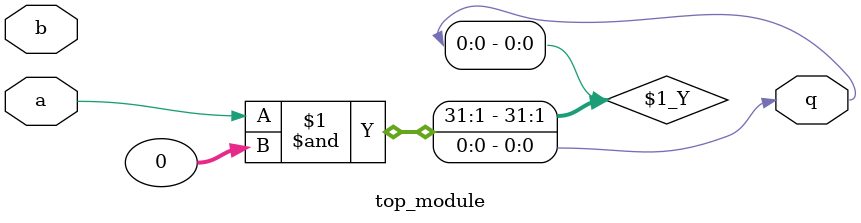
<source format=v>
module top_module (
	input a, 
	input b, 
	output q
);

assign q = a&0;
	
endmodule
</source>
